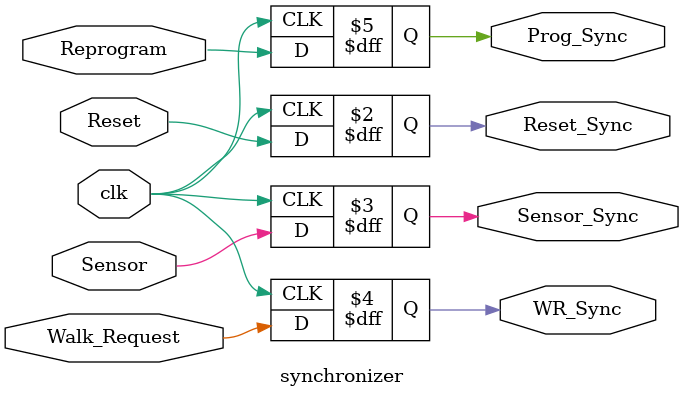
<source format=v>
`timescale 1ns/1ps

module synchronizer(clk, Reprogram, Walk_Request, Sensor, Reset, Reset_Sync, Sensor_Sync, WR_Sync, Prog_Sync);
  
  input clk, Reprogram, Walk_Request, Sensor, Reset;
  output reg  Reset_Sync, Sensor_Sync, WR_Sync, Prog_Sync;
  
  always @(posedge clk)
    
    begin
      
      Reset_Sync = Reset;
      Sensor_Sync = Sensor;
      WR_Sync = Walk_Request;
      Prog_Sync = Reprogram;
      
    end
  
endmodule
</source>
